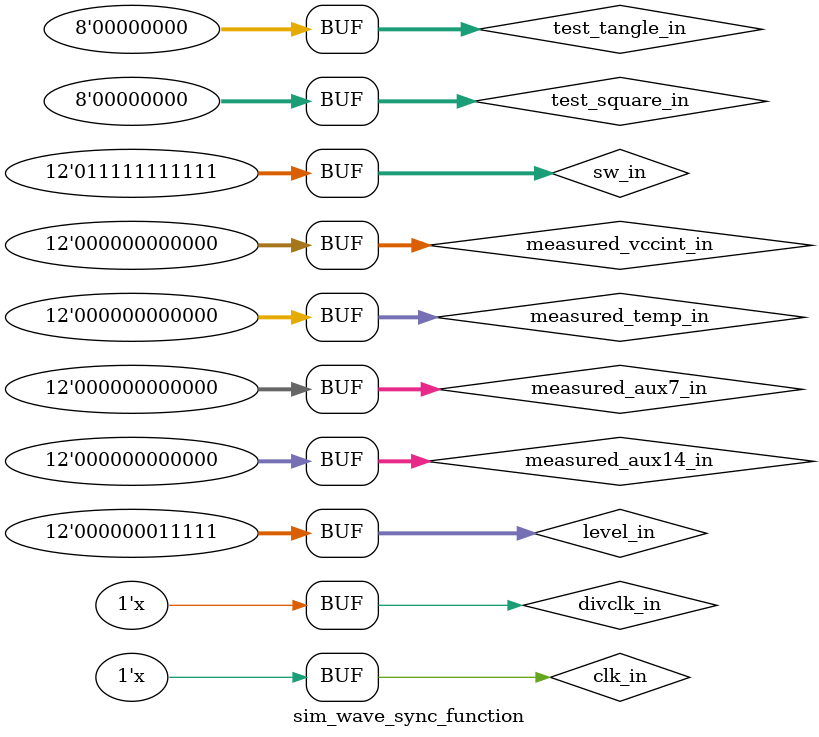
<source format=v>
`timescale 1ns / 1ps


module sim_wave_sync_function(

    );
    reg clk_in = 0;
    always#10
        clk_in = ~clk_in;
    reg divclk_in = 0;
    always#20
        divclk_in = ~divclk_in;
    
    reg[11:0] sw_in = 12'b0000_0111_1111_1111;
    
    reg signed [11:0] level_in = 12'b0000_0000_0001_1111;
    reg[11:0] measured_temp_in = 0;
    reg [11:0] measured_vccint_in = 0;
    reg [11:0] measured_aux7_in = 0;
    reg [11:0] measured_aux14_in = 0;
    reg signed [7:0] test_square_in = 0;
    reg signed [7:0] test_tangle_in = 0;
    
    
    
    wire signed [7:0] test_sin_in;
    signal_generator uut_signal_generator(
        .clk_in(clk_in),
        .test_square_out(),
        .test_tangle_out(),
        .test_sin_out(test_sin_in)
        );
    
        
   
    reg wave_wea_out;
    wire[8:0] wave_addr_out;
    reg signed [11:0] wave_data_out;//±£´æµÄÊÇ²¹Âë
    wire[15:0] count_out;//½á¹ûÊä³öÊ±ÐèÒª¼Ó2//Ò»¸öÊÇcount1·Ç×èÈûµ¼ÖÂÐ¡1£¬Ò»¸öÊÇ´¥·¢Ìõ¼þ¿ªÊ¼Ê±ÒÑ¾­×ß¹ýÁËÒ»¸öÊ±ÖÓ£¬Ã»ÓÐ¼ÆÈëcount,ÔÚwaveinfo_calculatorÖÐ¼ÆËã
    //    output reg signed [11:0] data,    
    //    //output reg signed [11:0] data_before2,
    //    output reg signed [11:0] data_before1,
    //    output reg signed [11:0] data_before0
    //    output [15:0] count,
    //    output counting,
    //    output [17:0] count_flag,
    //    output [17:0] count_judge_trigger




        reg signed [11:0] data = 0;
    //    reg signed [11:0] data_before2;
    //    reg signed [11:0] data_before1;
        reg signed [11:0] data_before0;
        always@(posedge divclk_in)
        begin
    //        data_before2 <= data_before1;
    //        data_before1 <= data_before0;
            data_before0 <= data;
            data <= {4'd0,test_sin_in};
        end
    
        reg[15:0] count_data = 0;//¼ÆÊý
        assign count_out = count_data;
        wire[17:0] count_judge;
        assign count_judge = (count_data == 0)? 18'h0ffff:{count_data,2'd0};//////////////ÕâÀï»¹²»¹»ÍêÉÆ
        reg[15:0] count_high;
        reg[15:0] count_low;
        
        reg trigger = 0;
        reg[8:0] wave_addr = 0;
        assign wave_addr_out = wave_addr;
        
        reg signed [11:0] level;//ÅÐ¶Ï´¥·¢ÒÔºóµÄ´¥·¢Ìõ¼þÊÇ·ñÈÔÈ»Âú×ã(¸ù¾ÝµçÆ½)
        
        reg signed [11:0] level_low;
        always@(negedge divclk_in)
            level_low = level_in - 6;
            
        reg[1:0] state = 0;//´¥·¢×´Ì¬£¬0£¬²»¿É´¥·¢£¬¼ì²âÉÏÉý 1£¬´ïµ½ÉÏÉýÌõ¼þ£¬¼ì²âÏÂ½µ£¬2£¬´ïµ½´¥·¢Ìõ¼þ£¬µçÆ½Îª0£¬¼ì²âÉÏÉý3£¬´ïµ½´¥·¢Ìõ¼þ£¬µçÆ½Îª1£¬¼ì²âÏÂ½µ
        always@(posedge divclk_in)
            case(state)
                2'd0: begin//0£¬²»¿É´¥·¢£¬¼ì²âÉÏÉý  ³õÊ¼×´Ì¬
                          count_low <= 0;
                          count_high <= 0;
                          if((data >= level_in) && (level_in > data_before0))
                          begin
                              trigger <= 0;
                              level <= level_in;//±£´æµçÆ½
                              state <= 2'd1;
                              wave_addr <= wave_addr + 1;
                              wave_data_out <= data;
                              wave_wea_out <= 1'b1;
                          end
                          else
                          begin
                              trigger <= 0;
                              state <= state;
                              wave_addr <= wave_addr + 1;
                              wave_data_out <= data;
                              wave_wea_out <= 1'b1;
                          end
                      end
                2'd1: begin//1£¬´ïµ½ÉÏÉýÌõ¼þ£¬¼ì²âÏÂ½µ  ³õÊ¼×´Ì¬
                          if((data <= level_low)&&(level_low < data_before0))
                          begin
                              if(level != level_in)
                                  state <= 2'd0;
                              else
                                  state <= 2'd2;
                              trigger <= 0;
                              wave_addr <= wave_addr + 1;
                              wave_data_out <= data;     
                              wave_wea_out <= 1'b1;       
                          end
                          else
                          begin              
                              if(level != level_in)
                                  state <= 2'd0;    
                              else                 
                                  state <= state;
                              trigger <= 0;        
                              wave_addr <= wave_addr + 1;
                              wave_data_out <= data;     
                              wave_wea_out <= 1'b1;
                          end
                      end
                2'd2: begin//2£¬´ïµ½´¥·¢Ìõ¼þ£¬µçÆ½Îª0£¬¼ì²âÉÏÉý
                          if((data >= level_in) && (level_in > data_before0))
                          begin
                              if(level != level_in)
                                  state <= 2'd0;
                              else if(count_low > count_judge)
                                  state <= 2'd0;
                              else
                                  state <= 2'd3;
                              trigger <= 1;
                              count_low <= 0;
                              if(wave_addr == 10'd511)
                              begin
                                  wave_addr <= wave_addr + 1;
                                  wave_data_out <= data;
                                  wave_wea_out <= 1'b1;
                              end
                              else
                              begin
                                  wave_addr <= wave_addr + 1;
                                  wave_data_out <= data;     
                                  wave_wea_out <= 1'b1;       
                              end
                          end
                          else//Èç¹ûÃ»ÓÐÂú×ãÉÏÉý´¥·¢Ìõ¼þ
                          begin
                              if(level != level_in)           
                                  state <= 2'd0;              
                              else if(count_low > count_judge)
                                  state <= 2'd0;              
                              else                            
                                  state <= state;              
                              
                              trigger <= 0;
                              count_low <= count_low + 1;
                              if(wave_addr == 10'd511)       
                              begin                          
                                  wave_addr <= wave_addr;
                                  wave_data_out <= wave_data_out;     
                                  wave_wea_out <= 1'b0;       
                              end                            
                              else                           
                              begin                          
                                  wave_addr <= wave_addr + 1;
                                  wave_data_out <= data;     
                                  wave_wea_out <= 1'b1;       
                              end                            
                          end
                      end
                2'd3: begin//3£¬´ïµ½´¥·¢Ìõ¼þ£¬µçÆ½Îª1£¬¼ì²âÏÂ½µ
                          if((data <= level_low)&&(level_low < data_before0))
                          begin                                              
                              if(level != level_in)           
                                  state <= 2'd0;              
                              else if(count_high > count_judge)
                                  state <= 2'd0;              
                              else                            
                                  state <= 2'd2;              
    
                              trigger <= 0;
                              count_high <= 0;
                              if(wave_addr == 10'd511)       
                              begin                          
                                  wave_addr <= wave_addr;
                                  wave_data_out <= wave_data_out;     
                                  wave_wea_out <= 1'b0;       
                              end                            
                              else                           
                              begin                          
                                  wave_addr <= wave_addr + 1;
                                  wave_data_out <= data;     
                                  wave_wea_out <= 1'b1;       
                              end            
                          end                                                 
                          else                                               
                          begin
                              if(level != level_in)           
                                  state <= 2'd0;              
                              else if(count_high > count_judge)
                                  state <= 2'd0;              
                              else                            
                                  state <= state;              
    
                              trigger <= 1;
                              count_high <= count_high + 1;
                              if(wave_addr == 10'd511)           
                              begin                              
                                  wave_addr <= wave_addr;        
                                  wave_data_out <= wave_data_out;                    
                                  wave_wea_out <= 1'b0;                               
                              end                                
                              else                               
                              begin                              
                                  wave_addr <= wave_addr + 1;    
                                  wave_data_out <= data;         
                                  wave_wea_out <= 1'b1;           
                              end                                
                          end
                      end
            endcase
        reg data_bit = 0;
        always@(posedge trigger)
            data_bit = ~data_bit;
        
        reg[15:0] count = 0;
        reg[15:0] count1 = 0;
        
        always@(negedge divclk_in)
            if(data_bit)
            begin
                count <= count + 1;
                count1 <= count;
            end
            else
            begin
                count <= 0;
                count1 <= count;
            end
        always@(negedge data_bit)
            count_data <= count1;
    

endmodule

</source>
